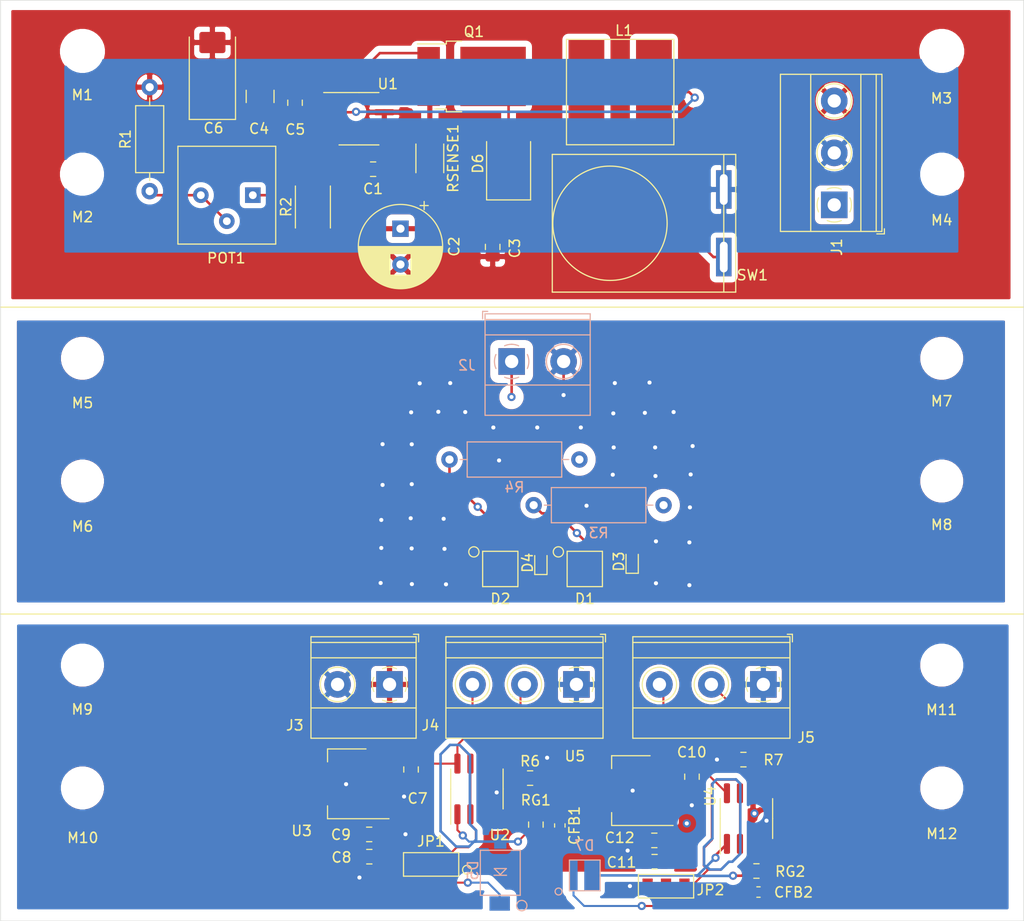
<source format=kicad_pcb>
(kicad_pcb (version 20171130) (host pcbnew "(5.1.5)-3")
  (layers (0 F.Cu signal) (1 In1.Cu signal) (2 In2.Cu signal) (31 B.Cu signal) (34 B.Paste user) (35 F.Paste user) (36 B.SilkS user) (37 F.SilkS user) (38 B.Mask user) (39 F.Mask user) (44 Edge.Cuts user))
  (net 0 "")
  (net 1 "Net-(C1-Pad2)")
  (net 2 GND)
  (net 3 HV_OUT)
  (net 4 +5VA)
  (net 5 GNDD)
  (net 6 +5VD)
  (net 7 VREF_FLU)
  (net 8 "Net-(D1-Pad2)")
  (net 9 GNDA)
  (net 10 "Net-(D2-Pad2)")
  (net 11 "Net-(D6-Pad2)")
  (net 12 VOUT_FLU)
  (net 13 "Net-(POT1-Pad2)")
  (net 14 HV_FEEDBACK)
  (net 15 "Net-(Q1-Pad1)")
  (net 16 "Net-(D5-Pad1)")
  (net 17 "Net-(D7-Pad1)")
  (net 18 VOUT_ABS)
  (net 19 "Net-(C4-Pad1)")
  (net 20 +8VAC)
  (net 21 VREF_ABS)
  (net 22 "Net-(Q1-Pad3)")
  (net 23 "Net-(CFB1-Pad2)")
  (net 24 "Net-(CFB2-Pad2)")
  (module Resistor_THT:R_Axial_DIN0309_L9.0mm_D3.2mm_P12.70mm_Horizontal (layer B.Cu) (at 143.88084 104.89438)
    (fp_text reference R4 (at 6.35 2.72) (layer B.SilkS) (effects (justify mirror)))
    (fp_text value 80)
    (pad 2 thru_hole oval (at 12.7 0) (size 1.6 1.6) (drill 0.8) (layers *.Cu *.Mask) (net 20 +8VAC))
    (pad 1 thru_hole circle (at 0 0) (size 1.6 1.6) (drill 0.8) (layers *.Cu *.Mask) (net 10 "Net-(D2-Pad2)"))
  )
  (module Resistor_THT:R_Axial_DIN0309_L9.0mm_D3.2mm_P12.70mm_Horizontal (layer B.Cu) (at 152.1079 109.35716)
    (fp_text reference R3 (at 6.35 2.72) (layer B.SilkS) (effects (justify mirror)))
    (fp_text value 80)
    (pad 2 thru_hole oval (at 12.7 0) (size 1.6 1.6) (drill 0.8) (layers *.Cu *.Mask) (net 20 +8VAC))
    (pad 1 thru_hole circle (at 0 0) (size 1.6 1.6) (drill 0.8) (layers *.Cu *.Mask) (net 8 "Net-(D1-Pad2)"))
  )
  (module DMF:GUVB-S31GD-3535 (layer B.Cu) (at 157.105 145.55)
    (fp_text reference D7 (at -0.02794 -2.91846) (layer B.SilkS) (effects (justify mirror)))
    (fp_text value GUVB-UV)
    (pad 2 smd rect (at 0.7 0) (size 1.5 3) (layers B.Cu B.Paste B.Mask) (net 24 "Net-(CFB2-Pad2)"))
    (pad 1 smd rect (at -1.1 0) (size 0.8 3) (layers B.Cu B.Paste B.Mask) (net 17 "Net-(D7-Pad1)"))
  )
  (module DMF:Solder_Bridge_3_POS (layer F.Cu) (at 165.04666 146.6088 180)
    (fp_text reference JP2 (at -4.35102 -0.37084) (layer F.SilkS))
    (fp_text value Solder_Bridge_3_POS)
    (pad 3 smd rect (at 1.8 0 180) (size 1 1.5) (layers F.Cu F.Paste F.Mask) (net 5 GNDD))
    (pad 2 smd rect (at 0 0 180) (size 1 1.5) (layers F.Cu F.Paste F.Mask) (net 17 "Net-(D7-Pad1)"))
    (pad 1 smd rect (at -1.8 0 180) (size 1 1.5) (layers F.Cu F.Paste F.Mask) (net 21 VREF_ABS))
  )
  (module DMF:Solder_Bridge_3_POS (layer F.Cu) (at 142.08506 144.47774 180)
    (fp_text reference JP1 (at 0.01778 2.25806) (layer F.SilkS))
    (fp_text value Solder_Bridge_3_POS)
    (pad 3 smd rect (at 1.8 0 180) (size 1 1.5) (layers F.Cu F.Paste F.Mask) (net 5 GNDD))
    (pad 2 smd rect (at 0 0 180) (size 1 1.5) (layers F.Cu F.Paste F.Mask) (net 16 "Net-(D5-Pad1)"))
    (pad 1 smd rect (at -1.8 0 180) (size 1 1.5) (layers F.Cu F.Paste F.Mask) (net 7 VREF_FLU))
  )
  (module Capacitor_SMD:C_0603_1608Metric (layer F.Cu) (at 174.0861 147.17776 180)
    (fp_text reference CFB2 (at -3.42636 -0.0254) (layer F.SilkS))
    (fp_text value 12pF)
    (pad 2 smd roundrect (at 0.7875 0 180) (size 0.875 0.95) (layers F.Cu F.Paste F.Mask) (net 24 "Net-(CFB2-Pad2)"))
    (pad 1 smd roundrect (at -0.7875 0 180) (size 0.875 0.95) (layers F.Cu F.Paste F.Mask) (net 18 VOUT_ABS))
  )
  (module Capacitor_SMD:C_0603_1608Metric (layer F.Cu) (at 154.66568 140.66764 270)
    (fp_text reference CFB1 (at 0 -1.43 90) (layer F.SilkS))
    (fp_text value 12pF)
    (pad 2 smd roundrect (at 0.7875 0 270) (size 0.875 0.95) (layers F.Cu F.Paste F.Mask) (net 23 "Net-(CFB1-Pad2)"))
    (pad 1 smd roundrect (at -0.7875 0 270) (size 0.875 0.95) (layers F.Cu F.Paste F.Mask) (net 12 VOUT_FLU))
  )
  (module Package_TO_SOT_SMD:TO-252-3_TabPin2 (layer F.Cu) (at 146.04182 67.4487)
    (fp_text reference Q1 (at 0.22688 -4.37488) (layer F.SilkS))
    (fp_text value TK560P60Y,RQ)
    (pad 2 smd rect (at 2.1 0) (size 6.4 5.8) (layers F.Cu F.Mask) (net 11 "Net-(D6-Pad2)"))
    (pad 3 smd rect (at -4.2 2.28) (size 2.2 1.2) (layers F.Cu F.Paste F.Mask) (net 22 "Net-(Q1-Pad3)"))
    (pad 2 smd rect (at -4.2 0) (size 2.2 1.2) (layers F.Cu F.Paste F.Mask) (net 11 "Net-(D6-Pad2)"))
    (pad 1 smd rect (at -4.2 -2.28) (size 2.2 1.2) (layers F.Cu F.Paste F.Mask) (net 15 "Net-(Q1-Pad1)"))
  )
  (module Package_SO:SOIC-8_3.9x4.9mm_P1.27mm (layer F.Cu) (at 146.56054 137.09904 90)
    (fp_text reference U2 (at -4.49326 2.23774 180) (layer F.SilkS))
    (fp_text value LMP7721)
    (pad 8 smd roundrect (at 2.475 -1.905 90) (size 1.95 0.6) (layers F.Cu F.Paste F.Mask) (net 7 VREF_FLU))
    (pad 7 smd roundrect (at 2.475 -0.635 90) (size 1.95 0.6) (layers F.Cu F.Paste F.Mask) (net 7 VREF_FLU))
    (pad 6 smd roundrect (at 2.475 0.635 90) (size 1.95 0.6) (layers F.Cu F.Paste F.Mask) (net 6 +5VD))
    (pad 5 smd roundrect (at 2.475 1.905 90) (size 1.95 0.6) (layers F.Cu F.Paste F.Mask))
    (pad 4 smd roundrect (at -2.475 1.905 90) (size 1.95 0.6) (layers F.Cu F.Paste F.Mask) (net 12 VOUT_FLU))
    (pad 3 smd roundrect (at -2.475 0.635 90) (size 1.95 0.6) (layers F.Cu F.Paste F.Mask) (net 5 GNDD))
    (pad 2 smd roundrect (at -2.475 -0.635 90) (size 1.95 0.6) (layers F.Cu F.Paste F.Mask) (net 7 VREF_FLU))
    (pad 1 smd roundrect (at -2.475 -1.905 90) (size 1.95 0.6) (layers F.Cu F.Paste F.Mask) (net 23 "Net-(CFB1-Pad2)"))
  )
  (module DMF:SFH_2440_Osram_PD (layer B.Cu) (at 148.845 145.295 90)
    (fp_text reference D5 (at 0.23552 -2.66554 90) (layer B.SilkS) (effects (justify mirror)))
    (fp_text value SFH2440)
    (pad 1 smd rect (at -3.00482 -0.05588 90) (size 1.4 2) (layers B.Cu B.Paste B.Mask) (net 16 "Net-(D5-Pad1)"))
    (pad 2 smd rect (at 3.05 0 90) (size 1.4 1.2) (layers B.Cu B.Paste B.Mask) (net 23 "Net-(CFB1-Pad2)"))
  )
  (module MountingHole:MountingHole_3.2mm_M3 (layer F.Cu) (at 108 137)
    (fp_text reference M10 (at 0.03128 4.8717) (layer F.SilkS))
    (fp_text value MountingHole_3.2mm_M3)
    (pad 1 np_thru_hole circle (at 0 0) (size 3.2 3.2) (drill 3.2) (layers *.Cu *.Mask))
  )
  (module MountingHole:MountingHole_3.2mm_M3 (layer F.Cu) (at 108 125)
    (fp_text reference M9 (at -0.01698 4.31902) (layer F.SilkS))
    (fp_text value MountingHole_3.2mm_M3)
    (pad 1 np_thru_hole circle (at 0 0) (size 3.2 3.2) (drill 3.2) (layers *.Cu *.Mask))
  )
  (module MountingHole:MountingHole_3.2mm_M3 (layer F.Cu) (at 192 125)
    (fp_text reference M11 (at -0.00648 4.36474) (layer F.SilkS))
    (fp_text value MountingHole_3.2mm_M3)
    (pad 1 np_thru_hole circle (at 0 0) (size 3.2 3.2) (drill 3.2) (layers *.Cu *.Mask))
  )
  (module MountingHole:MountingHole_3.2mm_M3 (layer F.Cu) (at 192 137)
    (fp_text reference M12 (at 0.0113 4.478) (layer F.SilkS))
    (fp_text value MountingHole_3.2mm_M3)
    (pad 1 np_thru_hole circle (at 0 0) (size 3.2 3.2) (drill 3.2) (layers *.Cu *.Mask))
  )
  (module MountingHole:MountingHole_3.2mm_M3 (layer F.Cu) (at 192 77)
    (fp_text reference M4 (at 0.00368 4.50352) (layer F.SilkS))
    (fp_text value MountingHole_3.2mm_M3)
    (pad 1 np_thru_hole circle (at 0 0) (size 3.2 3.2) (drill 3.2) (layers *.Cu *.Mask))
  )
  (module MountingHole:MountingHole_3.2mm_M3 (layer F.Cu) (at 108 65)
    (fp_text reference M1 (at -0.01444 4.25818) (layer F.SilkS))
    (fp_text value MountingHole_3.2mm_M3)
    (pad 1 np_thru_hole circle (at 0 0) (size 3.2 3.2) (drill 3.2) (layers *.Cu *.Mask))
  )
  (module MountingHole:MountingHole_3.2mm_M3 (layer F.Cu) (at 192 65)
    (fp_text reference M3 (at -0.02426 4.59092) (layer F.SilkS))
    (fp_text value MountingHole_3.2mm_M3)
    (pad 1 np_thru_hole circle (at 0 0) (size 3.2 3.2) (drill 3.2) (layers *.Cu *.Mask))
  )
  (module MountingHole:MountingHole_3.2mm_M3 (layer F.Cu) (at 108 77)
    (fp_text reference M2 (at 0.00588 4.1911) (layer F.SilkS))
    (fp_text value MountingHole_3.2mm_M3)
    (pad 1 np_thru_hole circle (at 0 0) (size 3.2 3.2) (drill 3.2) (layers *.Cu *.Mask))
  )
  (module Diode_SMD:D_SMB (layer F.Cu) (at 149.6568 75.96748 90)
    (fp_text reference D6 (at 0 -3 90) (layer F.SilkS))
    (fp_text value MBRS1100T3G)
    (pad 2 smd rect (at 2.15 0 90) (size 2.5 2.3) (layers F.Cu F.Paste F.Mask) (net 11 "Net-(D6-Pad2)"))
    (pad 1 smd rect (at -2.15 0 90) (size 2.5 2.3) (layers F.Cu F.Paste F.Mask) (net 3 HV_OUT))
  )
  (module MountingHole:MountingHole_3.2mm_M3 (layer F.Cu) (at 192 107)
    (fp_text reference M8 (at -0.00648 4.27232) (layer F.SilkS))
    (fp_text value MountingHole_3.2mm_M3)
    (pad 1 np_thru_hole circle (at 0 0) (size 3.2 3.2) (drill 3.2) (layers *.Cu *.Mask))
  )
  (module MountingHole:MountingHole_3.2mm_M3 (layer F.Cu) (at 192 95)
    (fp_text reference M7 (at -0.00902 4.19208) (layer F.SilkS))
    (fp_text value MountingHole_3.2mm_M3)
    (pad "" np_thru_hole circle (at 0 0) (size 3.2 3.2) (drill 3.2) (layers *.Cu *.Mask))
  )
  (module MountingHole:MountingHole_3.2mm_M3 (layer F.Cu) (at 108 107)
    (fp_text reference M6 (at 0.0135 4.43996) (layer F.SilkS))
    (fp_text value MountingHole_3.2mm_M3)
    (pad 1 np_thru_hole circle (at 0 0) (size 3.2 3.2) (drill 3.2) (layers *.Cu *.Mask))
  )
  (module MountingHole:MountingHole_3.2mm_M3 (layer F.Cu) (at 108 95)
    (fp_text reference M5 (at 0.00588 4.37166) (layer F.SilkS))
    (fp_text value MountingHole_3.2mm_M3)
    (pad 1 np_thru_hole circle (at 0 0) (size 3.2 3.2) (drill 3.2) (layers *.Cu *.Mask))
  )
  (module DMF:LPTL-G35UV (layer F.Cu) (at 148.845 115.595)
    (fp_text reference D2 (at 0.01524 2.91846) (layer F.SilkS))
    (fp_text value LED)
    (pad 2 smd rect (at 0.915 0) (size 1.33 3.15) (layers F.Cu F.Paste F.Mask) (net 10 "Net-(D2-Pad2)"))
    (pad 1 smd rect (at -0.915 0) (size 1.33 3.15) (layers F.Cu F.Paste F.Mask) (net 9 GNDA))
  )
  (module DMF:LPTL-G35UV (layer F.Cu) (at 157.105 115.595)
    (fp_text reference D1 (at 0.01524 2.91846) (layer F.SilkS))
    (fp_text value LED)
    (pad 2 smd rect (at 0.915 0) (size 1.33 3.15) (layers F.Cu F.Paste F.Mask) (net 8 "Net-(D1-Pad2)"))
    (pad 1 smd rect (at -0.915 0) (size 1.33 3.15) (layers F.Cu F.Paste F.Mask) (net 9 GNDA))
  )
  (module DMF:SRN1060-101M (layer F.Cu) (at 160.56556 68.9737 180)
    (fp_text reference L1 (at -0.38408 6.01472) (layer F.SilkS))
    (fp_text value 100uH)
    (pad 2 smd rect (at 3.3 0 180) (size 3.5 10.2) (layers F.Cu F.Paste F.Mask) (net 11 "Net-(D6-Pad2)"))
    (pad 1 smd rect (at -3.3 0 180) (size 3.5 10.2) (layers F.Cu F.Paste F.Mask) (net 19 "Net-(C4-Pad1)"))
  )
  (module Resistor_SMD:R_0805_2012Metric (layer F.Cu) (at 173.8861 145.12036 180)
    (fp_text reference RG2 (at -3.30176 -0.0508) (layer F.SilkS))
    (fp_text value 5k)
    (pad 2 smd roundrect (at 0.9375 0 180) (size 0.975 1.4) (layers F.Cu F.Paste F.Mask) (net 24 "Net-(CFB2-Pad2)"))
    (pad 1 smd roundrect (at -0.9375 0 180) (size 0.975 1.4) (layers F.Cu F.Paste F.Mask) (net 18 VOUT_ABS))
  )
  (module Resistor_SMD:R_0805_2012Metric (layer F.Cu) (at 152.3238 140.58392 270)
    (fp_text reference RG1 (at -2.38482 0.00762 180) (layer F.SilkS))
    (fp_text value 5k)
    (pad 2 smd roundrect (at 0.9375 0 270) (size 0.975 1.4) (layers F.Cu F.Paste F.Mask) (net 23 "Net-(CFB1-Pad2)"))
    (pad 1 smd roundrect (at -0.9375 0 270) (size 0.975 1.4) (layers F.Cu F.Paste F.Mask) (net 12 VOUT_FLU))
  )
  (module Resistor_SMD:R_0805_2012Metric (layer F.Cu) (at 172.61332 134.23138 180)
    (fp_text reference R7 (at -2.93624 -0.03302) (layer F.SilkS))
    (fp_text value 10k)
    (pad 2 smd roundrect (at 0.9375 0 180) (size 0.975 1.4) (layers F.Cu F.Paste F.Mask) (net 5 GNDD))
    (pad 1 smd roundrect (at -0.9375 0 180) (size 0.975 1.4) (layers F.Cu F.Paste F.Mask) (net 18 VOUT_ABS))
  )
  (module Resistor_SMD:R_0805_2012Metric (layer F.Cu) (at 151.76016 136.03732)
    (fp_text reference R6 (at 0 -1.65) (layer F.SilkS))
    (fp_text value 10k)
    (pad 2 smd roundrect (at 0.9375 0) (size 0.975 1.4) (layers F.Cu F.Paste F.Mask) (net 5 GNDD))
    (pad 1 smd roundrect (at -0.9375 0) (size 0.975 1.4) (layers F.Cu F.Paste F.Mask) (net 12 VOUT_FLU))
  )
  (module Resistor_SMD:R_0805_2012Metric (layer F.Cu) (at 163.90342 142.12824)
    (fp_text reference C12 (at -3.38558 -0.25908) (layer F.SilkS))
    (fp_text value 0.1uF)
    (pad 2 smd roundrect (at 0.9375 0) (size 0.975 1.4) (layers F.Cu F.Paste F.Mask) (net 6 +5VD))
    (pad 1 smd roundrect (at -0.9375 0) (size 0.975 1.4) (layers F.Cu F.Paste F.Mask) (net 5 GNDD))
  )
  (module Capacitor_SMD:C_0805_2012Metric (layer F.Cu) (at 136.0297 141.54404)
    (fp_text reference C9 (at -2.76098 0.02794) (layer F.SilkS))
    (fp_text value 0.1uF)
    (pad 2 smd roundrect (at 0.9375 0) (size 0.975 1.4) (layers F.Cu F.Paste F.Mask) (net 6 +5VD))
    (pad 1 smd roundrect (at -0.9375 0) (size 0.975 1.4) (layers F.Cu F.Paste F.Mask) (net 5 GNDD))
  )
  (module Capacitor_SMD:C_0805_2012Metric (layer F.Cu) (at 163.92882 144.21104)
    (fp_text reference C11 (at -3.2281 0.06096) (layer F.SilkS))
    (fp_text value "10uF 16V")
    (pad 2 smd roundrect (at 0.9375 0) (size 0.975 1.4) (layers F.Cu F.Paste F.Mask) (net 6 +5VD))
    (pad 1 smd roundrect (at -0.9375 0) (size 0.975 1.4) (layers F.Cu F.Paste F.Mask) (net 5 GNDD))
  )
  (module Capacitor_SMD:C_0805_2012Metric (layer F.Cu) (at 167.58412 135.9027 90)
    (fp_text reference C10 (at 2.39522 -0.01778) (layer F.SilkS))
    (fp_text value "10uF 16V")
    (pad 2 smd roundrect (at 0.9375 0 90) (size 0.975 1.4) (layers F.Cu F.Paste F.Mask) (net 21 VREF_ABS))
    (pad 1 smd roundrect (at -0.9375 0 90) (size 0.975 1.4) (layers F.Cu F.Paste F.Mask) (net 5 GNDD))
  )
  (module Capacitor_SMD:C_0805_2012Metric (layer F.Cu) (at 136.0424 143.72082)
    (fp_text reference C8 (at -2.72034 0.06858) (layer F.SilkS))
    (fp_text value "10uF 16V")
    (pad 2 smd roundrect (at 0.9375 0) (size 0.975 1.4) (layers F.Cu F.Paste F.Mask) (net 6 +5VD))
    (pad 1 smd roundrect (at -0.9375 0) (size 0.975 1.4) (layers F.Cu F.Paste F.Mask) (net 5 GNDD))
  )
  (module Capacitor_SMD:C_0805_2012Metric (layer F.Cu) (at 140.12164 135.19658 90)
    (fp_text reference C7 (at -2.8321 0.64008 180) (layer F.SilkS))
    (fp_text value "10uF, 16V")
    (pad 2 smd roundrect (at 0.9375 0 90) (size 0.975 1.4) (layers F.Cu F.Paste F.Mask) (net 7 VREF_FLU))
    (pad 1 smd roundrect (at -0.9375 0 90) (size 0.975 1.4) (layers F.Cu F.Paste F.Mask) (net 5 GNDD))
  )
  (module Capacitor_Tantalum_SMD:CP_EIA-7343-30_AVX-N (layer F.Cu) (at 120.70334 67.24258 90)
    (fp_text reference C6 (at -5.26134 0.10922 180) (layer F.SilkS))
    (fp_text value "100uF, 16V")
    (pad 2 smd roundrect (at 3.1125 0 90) (size 2.075 2.55) (layers F.Cu F.Paste F.Mask) (roundrect_rratio 0.120482) (net 2 GND))
    (pad 1 smd roundrect (at -3.1125 0 90) (size 2.075 2.55) (layers F.Cu F.Paste F.Mask) (roundrect_rratio 0.120482) (net 19 "Net-(C4-Pad1)"))
  )
  (module Capacitor_SMD:C_0805_2012Metric (layer F.Cu) (at 128.78054 70.01994 270)
    (fp_text reference C5 (at 2.6139 -0.01524 180) (layer F.SilkS))
    (fp_text value 100nF)
    (pad 2 smd roundrect (at 0.9375 0 270) (size 0.975 1.4) (layers F.Cu F.Paste F.Mask) (net 19 "Net-(C4-Pad1)"))
    (pad 1 smd roundrect (at -0.9375 0 270) (size 0.975 1.4) (layers F.Cu F.Paste F.Mask) (net 2 GND))
  )
  (module Capacitor_SMD:C_1210_3225Metric (layer F.Cu) (at 125.36678 69.39996 90)
    (fp_text reference C4 (at -3.16022 -0.10668 180) (layer F.SilkS))
    (fp_text value "10uF, 25V")
    (pad 2 smd roundrect (at 1.4 0 90) (size 1.25 2.65) (layers F.Cu F.Paste F.Mask) (roundrect_rratio 0.2) (net 2 GND))
    (pad 1 smd roundrect (at -1.4 0 90) (size 1.25 2.65) (layers F.Cu F.Paste F.Mask) (roundrect_rratio 0.2) (net 19 "Net-(C4-Pad1)"))
  )
  (module Capacitor_SMD:C_0805_2012Metric (layer F.Cu) (at 148.10232 84.11464 90)
    (fp_text reference C3 (at -0.127 2.16154 90) (layer F.SilkS))
    (fp_text value "100nF, 250V")
    (pad 2 smd roundrect (at 0.9375 0 90) (size 0.975 1.4) (layers F.Cu F.Paste F.Mask) (net 3 HV_OUT))
    (pad 1 smd roundrect (at -0.9375 0 90) (size 0.975 1.4) (layers F.Cu F.Paste F.Mask) (net 2 GND))
  )
  (module Capacitor_SMD:C_0805_2012Metric (layer F.Cu) (at 136.41554 76.51496)
    (fp_text reference C1 (at -0.00532 1.92278) (layer F.SilkS))
    (fp_text value 100nF)
    (pad 2 smd roundrect (at 0.9375 0) (size 0.975 1.4) (layers F.Cu F.Paste F.Mask) (net 1 "Net-(C1-Pad2)"))
    (pad 1 smd roundrect (at -0.9375 0) (size 0.975 1.4) (layers F.Cu F.Paste F.Mask) (net 2 GND))
  )
  (module TerminalBlock_Phoenix:TerminalBlock_Phoenix_MKDS-1,5-2-5.08_1x02_P5.08mm_Horizontal (layer F.Cu) (at 138.01852 126.88062 180)
    (fp_text reference J3 (at 9.2583 -3.99796) (layer F.SilkS))
    (fp_text value Conn_01x02)
    (pad 2 thru_hole circle (at 5.08 0 180) (size 2.6 2.6) (drill 1.3) (layers *.Cu *.Mask) (net 5 GNDD))
    (pad 1 thru_hole rect (at 0 0 180) (size 2.6 2.6) (drill 1.3) (layers *.Cu *.Mask) (net 6 +5VD))
  )
  (module Package_SO:SOIC-8_3.9x4.9mm_P1.27mm (layer F.Cu) (at 135.03148 71.58228)
    (fp_text reference U1 (at 2.82194 -3.40106) (layer F.SilkS))
    (fp_text value MAX771EPA)
    (pad 8 smd roundrect (at 2.475 -1.905) (size 1.95 0.6) (layers F.Cu F.Paste F.Mask) (net 22 "Net-(Q1-Pad3)"))
    (pad 7 smd roundrect (at 2.475 -0.635) (size 1.95 0.6) (layers F.Cu F.Paste F.Mask) (net 2 GND))
    (pad 6 smd roundrect (at 2.475 0.635) (size 1.95 0.6) (layers F.Cu F.Paste F.Mask) (net 2 GND))
    (pad 5 smd roundrect (at 2.475 1.905) (size 1.95 0.6) (layers F.Cu F.Paste F.Mask) (net 1 "Net-(C1-Pad2)"))
    (pad 4 smd roundrect (at -2.475 1.905) (size 1.95 0.6) (layers F.Cu F.Paste F.Mask) (net 2 GND))
    (pad 3 smd roundrect (at -2.475 0.635) (size 1.95 0.6) (layers F.Cu F.Paste F.Mask) (net 14 HV_FEEDBACK))
    (pad 2 smd roundrect (at -2.475 -0.635) (size 1.95 0.6) (layers F.Cu F.Paste F.Mask) (net 19 "Net-(C4-Pad1)"))
    (pad 1 smd roundrect (at -2.475 -1.905) (size 1.95 0.6) (layers F.Cu F.Paste F.Mask) (net 15 "Net-(Q1-Pad1)"))
  )
  (module Diode_SMD:D_SOD-523 (layer F.Cu) (at 152.81402 114.9858 90)
    (fp_text reference D4 (at 0 -1.3 270) (layer F.SilkS))
    (fp_text value SCHOTTKY)
    (pad 1 smd rect (at -0.7 0 270) (size 0.6 0.7) (layers F.Cu F.Paste F.Mask) (net 10 "Net-(D2-Pad2)"))
    (pad 2 smd rect (at 0.7 0 270) (size 0.6 0.7) (layers F.Cu F.Paste F.Mask) (net 9 GNDA))
  )
  (module Diode_SMD:D_SOD-523 (layer F.Cu) (at 161.73704 114.86538 90)
    (fp_text reference D3 (at 0 -1.3 270) (layer F.SilkS))
    (fp_text value SCHOTTKY)
    (pad 1 smd rect (at -0.7 0 270) (size 0.6 0.7) (layers F.Cu F.Paste F.Mask) (net 8 "Net-(D1-Pad2)"))
    (pad 2 smd rect (at 0.7 0 270) (size 0.6 0.7) (layers F.Cu F.Paste F.Mask) (net 9 GNDA))
  )
  (module TerminalBlock_Phoenix:TerminalBlock_Phoenix_MKDS-1,5-3-5.08_1x03_P5.08mm_Horizontal (layer F.Cu) (at 181.49316 80 90)
    (fp_text reference J1 (at -4.1248 0.24638 90) (layer F.SilkS))
    (fp_text value Conn_01x03)
    (pad 3 thru_hole circle (at 10.16 0 90) (size 2.6 2.6) (drill 1.3) (layers *.Cu *.Mask) (net 2 GND))
    (pad 2 thru_hole circle (at 5.08 0 90) (size 2.6 2.6) (drill 1.3) (layers *.Cu *.Mask) (net 4 +5VA))
    (pad 1 thru_hole rect (at 0 0 90) (size 2.6 2.6) (drill 1.3) (layers *.Cu *.Mask) (net 3 HV_OUT))
  )
  (module DMF:Switch_Btn_SPST (layer F.Cu) (at 162.31108 81.8007)
    (fp_text reference SW1 (at 11.18362 5.06984) (layer F.SilkS))
    (fp_text value SW_SPST)
    (pad 2 thru_hole rect (at 8.382 3.302) (size 1.524 3.762) (drill oval 0.762 3) (layers *.Cu *.Mask) (net 19 "Net-(C4-Pad1)"))
    (pad 1 thru_hole rect (at 8.382 -3.302) (size 1.524 3.762) (drill oval 0.762 3) (layers *.Cu *.Mask) (net 4 +5VA))
  )
  (module TerminalBlock_Phoenix:TerminalBlock_Phoenix_MKDS-1,5-3-5.08_1x03_P5.08mm_Horizontal (layer F.Cu) (at 174.5615 126.88062 180)
    (fp_text reference J5 (at -4.18084 -5.18922) (layer F.SilkS))
    (fp_text value Conn_01x03)
    (pad 3 thru_hole circle (at 10.16 0 180) (size 2.6 2.6) (drill 1.3) (layers *.Cu *.Mask) (net 21 VREF_ABS))
    (pad 2 thru_hole circle (at 5.08 0 180) (size 2.6 2.6) (drill 1.3) (layers *.Cu *.Mask) (net 18 VOUT_ABS))
    (pad 1 thru_hole rect (at 0 0 180) (size 2.6 2.6) (drill 1.3) (layers *.Cu *.Mask) (net 5 GNDD))
  )
  (module TerminalBlock_Phoenix:TerminalBlock_Phoenix_MKDS-1,5-3-5.08_1x03_P5.08mm_Horizontal (layer F.Cu) (at 156.29001 126.88062 180)
    (fp_text reference J4 (at 14.27226 -4.0005) (layer F.SilkS))
    (fp_text value Conn_01x03)
    (pad 3 thru_hole circle (at 10.16 0 180) (size 2.6 2.6) (drill 1.3) (layers *.Cu *.Mask) (net 7 VREF_FLU))
    (pad 2 thru_hole circle (at 5.08 0 180) (size 2.6 2.6) (drill 1.3) (layers *.Cu *.Mask) (net 12 VOUT_FLU))
    (pad 1 thru_hole rect (at 0 0 180) (size 2.6 2.6) (drill 1.3) (layers *.Cu *.Mask) (net 5 GNDD))
  )
  (module TerminalBlock_Phoenix:TerminalBlock_Phoenix_MKDS-1,5-2-5.08_1x02_P5.08mm_Horizontal (layer B.Cu) (at 149.95652 95.3135)
    (fp_text reference J2 (at -4.3818 0.37084) (layer B.SilkS) (effects (justify mirror)))
    (fp_text value Conn_01x02)
    (pad 2 thru_hole circle (at 5.08 0) (size 2.6 2.6) (drill 1.3) (layers *.Cu *.Mask) (net 9 GNDA))
    (pad 1 thru_hole rect (at 0 0) (size 2.6 2.6) (drill 1.3) (layers *.Cu *.Mask) (net 20 +8VAC))
  )
  (module Package_TO_SOT_SMD:SOT-223-3_TabPin2 (layer F.Cu) (at 161.64052 137.25906 180)
    (fp_text reference U5 (at 5.4991 3.36296) (layer F.SilkS))
    (fp_text value LT1963AxST-1.8)
    (pad 1 smd rect (at -3.15 -2.3 180) (size 2 1.5) (layers F.Cu F.Paste F.Mask) (net 6 +5VD))
    (pad 3 smd rect (at -3.15 2.3 180) (size 2 1.5) (layers F.Cu F.Paste F.Mask) (net 21 VREF_ABS))
    (pad 2 smd rect (at -3.15 0 180) (size 2 1.5) (layers F.Cu F.Paste F.Mask) (net 5 GNDD))
    (pad 2 smd rect (at 3.15 0 180) (size 2 3.8) (layers F.Cu F.Paste F.Mask) (net 5 GNDD))
  )
  (module Package_SO:SOIC-8_3.9x4.9mm_P1.27mm (layer F.Cu) (at 172.90796 139.99464 90)
    (fp_text reference U4 (at 2.19352 -3.53314 90) (layer F.SilkS))
    (fp_text value LMP7721)
    (pad 8 smd roundrect (at 2.475 -1.905 90) (size 1.95 0.6) (layers F.Cu F.Paste F.Mask) (net 21 VREF_ABS))
    (pad 7 smd roundrect (at 2.475 -0.635 90) (size 1.95 0.6) (layers F.Cu F.Paste F.Mask) (net 21 VREF_ABS))
    (pad 6 smd roundrect (at 2.475 0.635 90) (size 1.95 0.6) (layers F.Cu F.Paste F.Mask) (net 6 +5VD))
    (pad 5 smd roundrect (at 2.475 1.905 90) (size 1.95 0.6) (layers F.Cu F.Paste F.Mask))
    (pad 4 smd roundrect (at -2.475 1.905 90) (size 1.95 0.6) (layers F.Cu F.Paste F.Mask) (net 18 VOUT_ABS))
    (pad 3 smd roundrect (at -2.475 0.635 90) (size 1.95 0.6) (layers F.Cu F.Paste F.Mask) (net 5 GNDD))
    (pad 2 smd roundrect (at -2.475 -0.635 90) (size 1.95 0.6) (layers F.Cu F.Paste F.Mask) (net 21 VREF_ABS))
    (pad 1 smd roundrect (at -2.475 -1.905 90) (size 1.95 0.6) (layers F.Cu F.Paste F.Mask) (net 24 "Net-(CFB2-Pad2)"))
  )
  (module Package_TO_SOT_SMD:SOT-223-3_TabPin2 (layer F.Cu) (at 133.86776 136.59742 180)
    (fp_text reference U3 (at 4.43698 -4.59864) (layer F.SilkS))
    (fp_text value LT1963AxST-1.8)
    (pad 1 smd rect (at -3.15 -2.3 180) (size 2 1.5) (layers F.Cu F.Paste F.Mask) (net 6 +5VD))
    (pad 3 smd rect (at -3.15 2.3 180) (size 2 1.5) (layers F.Cu F.Paste F.Mask) (net 7 VREF_FLU))
    (pad 2 smd rect (at -3.15 0 180) (size 2 1.5) (layers F.Cu F.Paste F.Mask) (net 5 GNDD))
    (pad 2 smd rect (at 3.15 0 180) (size 2 3.8) (layers F.Cu F.Paste F.Mask) (net 5 GNDD))
  )
  (module Resistor_SMD:R_2010_5025Metric (layer F.Cu) (at 141.95806 75.45622 270)
    (fp_text reference RSENSE1 (at 0 -2.28 90) (layer F.SilkS))
    (fp_text value "0.1 Ohm")
    (pad 2 smd roundrect (at 2.25 0 270) (size 1.35 2.65) (layers F.Cu F.Paste F.Mask) (roundrect_rratio 0.185185) (net 2 GND))
    (pad 1 smd roundrect (at -2.25 0 270) (size 1.35 2.65) (layers F.Cu F.Paste F.Mask) (roundrect_rratio 0.185185) (net 22 "Net-(Q1-Pad3)"))
  )
  (module Resistor_SMD:R_2512_6332Metric (layer F.Cu) (at 130.52806 80.20998 90)
    (fp_text reference R2 (at 0 -2.62 90) (layer F.SilkS))
    (fp_text value 1.5M)
    (pad 2 smd roundrect (at 2.9 0 90) (size 1.35 3.35) (layers F.Cu F.Paste F.Mask) (roundrect_rratio 0.185185) (net 14 HV_FEEDBACK))
    (pad 1 smd roundrect (at -2.9 0 90) (size 1.35 3.35) (layers F.Cu F.Paste F.Mask) (roundrect_rratio 0.185185) (net 3 HV_OUT))
  )
  (module Resistor_THT:R_Axial_DIN0207_L6.3mm_D2.5mm_P10.16mm_Horizontal (layer F.Cu) (at 114.57178 78.65872 90)
    (fp_text reference R1 (at 5.08 -2.37 90) (layer F.SilkS))
    (fp_text value 8k)
    (pad 2 thru_hole oval (at 10.16 0 90) (size 1.6 1.6) (drill 0.8) (layers *.Cu *.Mask) (net 2 GND))
    (pad 1 thru_hole circle (at 0 0 90) (size 1.6 1.6) (drill 0.8) (layers *.Cu *.Mask) (net 13 "Net-(POT1-Pad2)"))
  )
  (module DMF:3386P-1-502LF (layer F.Cu) (at 122.11304 79.05496)
    (fp_text reference POT1 (at -0.0508 6.15442) (layer F.SilkS))
    (fp_text value 5K)
    (pad 3 thru_hole circle (at -2.54 0) (size 1.524 1.524) (drill 0.762) (layers *.Cu *.Mask) (net 13 "Net-(POT1-Pad2)"))
    (pad 2 thru_hole circle (at 0 2.54) (size 1.524 1.524) (drill 0.762) (layers *.Cu *.Mask) (net 13 "Net-(POT1-Pad2)"))
    (pad 1 thru_hole rect (at 2.54 0) (size 1.524 1.524) (drill 0.762) (layers *.Cu *.Mask) (net 14 HV_FEEDBACK))
  )
  (module Capacitor_THT:CP_Radial_D8.0mm_P3.50mm (layer F.Cu) (at 139.08786 82.32902 270)
    (fp_text reference C2 (at 1.75 -5.25 90) (layer F.SilkS))
    (fp_text value "4.7uF, 250V")
    (pad 2 thru_hole circle (at 3.5 0 270) (size 1.6 1.6) (drill 0.8) (layers *.Cu *.Mask) (net 2 GND))
    (pad 1 thru_hole rect (at 0 0 270) (size 1.6 1.6) (drill 0.8) (layers *.Cu *.Mask) (net 3 HV_OUT))
  )
  (gr_line (start 100 90) (end 200 90) (layer F.SilkS) (width 0.12))
  (gr_line (start 100 120) (end 200 120) (layer F.SilkS) (width 0.12))
  (gr_line (start 100 60) (end 200 60) (layer Edge.Cuts) (width 0.05))
  (gr_line (start 200 150) (end 200 60) (layer Edge.Cuts) (width 0.05))
  (gr_line (start 100 150) (end 100 60) (layer Edge.Cuts) (width 0.05))
  (gr_line (start 100 150) (end 200 150) (layer Edge.Cuts) (width 0.05))
  (segment (start 137.35304 73.64072) (end 137.50648 73.48728) (width 0.25) (layer F.Cu) (net 1))
  (segment (start 137.35304 76.51496) (end 137.35304 73.64072) (width 0.25) (layer F.Cu) (net 1))
  (segment (start 148.10232 79.67196) (end 149.6568 78.11748) (width 0.5) (layer F.Cu) (net 3))
  (segment (start 148.10232 83.17714) (end 148.10232 79.67196) (width 0.5) (layer F.Cu) (net 3))
  (segment (start 147.2542 82.32902) (end 139.08786 82.32902) (width 0.5) (layer F.Cu) (net 3))
  (segment (start 148.10232 83.17714) (end 147.2542 82.32902) (width 0.5) (layer F.Cu) (net 3))
  (segment (start 131.30902 82.32902) (end 130.52806 83.10998) (width 0.5) (layer F.Cu) (net 3))
  (segment (start 139.08786 82.32902) (end 131.30902 82.32902) (width 0.5) (layer F.Cu) (net 3))
  (via (at 153.42362 134.0485) (size 0.8) (drill 0.4) (layers F.Cu B.Cu) (net 5))
  (segment (start 152.69766 136.03732) (end 152.69766 134.77446) (width 0.25) (layer F.Cu) (net 5))
  (segment (start 152.69766 134.77446) (end 153.42362 134.0485) (width 0.25) (layer F.Cu) (net 5))
  (via (at 133.77164 136.63168) (size 0.8) (drill 0.4) (layers F.Cu B.Cu) (net 5))
  (segment (start 130.71776 136.59742) (end 133.73738 136.59742) (width 0.25) (layer F.Cu) (net 5))
  (segment (start 133.73738 136.59742) (end 133.77164 136.63168) (width 0.25) (layer F.Cu) (net 5))
  (segment (start 136.9835 136.63168) (end 137.01776 136.59742) (width 0.25) (layer F.Cu) (net 5))
  (segment (start 133.77164 136.63168) (end 136.9835 136.63168) (width 0.25) (layer F.Cu) (net 5))
  (via (at 139.43838 137.84326) (size 0.8) (drill 0.4) (layers F.Cu B.Cu) (net 5))
  (segment (start 140.12164 136.13408) (end 140.12164 137.16) (width 0.25) (layer F.Cu) (net 5))
  (segment (start 140.12164 137.16) (end 139.43838 137.84326) (width 0.25) (layer F.Cu) (net 5))
  (segment (start 135.0922 143.70812) (end 135.1049 143.72082) (width 0.25) (layer F.Cu) (net 5))
  (segment (start 135.0922 141.54404) (end 135.0922 143.70812) (width 0.25) (layer F.Cu) (net 5))
  (via (at 135.0772 145.76044) (size 0.8) (drill 0.4) (layers F.Cu B.Cu) (net 5))
  (segment (start 135.1049 143.72082) (end 135.1049 145.73274) (width 0.25) (layer F.Cu) (net 5))
  (segment (start 135.1049 145.73274) (end 135.0772 145.76044) (width 0.25) (layer F.Cu) (net 5))
  (via (at 139.57808 141.52626) (size 0.8) (drill 0.4) (layers F.Cu B.Cu) (net 5))
  (segment (start 140.28506 144.47774) (end 140.28506 142.23324) (width 0.25) (layer F.Cu) (net 5))
  (segment (start 140.28506 142.23324) (end 139.57808 141.52626) (width 0.25) (layer F.Cu) (net 5))
  (segment (start 162.96592 144.18564) (end 162.99132 144.21104) (width 0.25) (layer F.Cu) (net 5))
  (segment (start 162.96592 142.12824) (end 162.96592 144.18564) (width 0.25) (layer F.Cu) (net 5))
  (via (at 161.7853 137.2616) (size 0.8) (drill 0.4) (layers F.Cu B.Cu) (net 5))
  (segment (start 158.49052 137.25906) (end 161.78276 137.25906) (width 0.25) (layer F.Cu) (net 5))
  (segment (start 161.78276 137.25906) (end 161.7853 137.2616) (width 0.25) (layer F.Cu) (net 5))
  (segment (start 164.78798 137.2616) (end 164.79052 137.25906) (width 0.25) (layer F.Cu) (net 5))
  (segment (start 161.7853 137.2616) (end 164.78798 137.2616) (width 0.25) (layer F.Cu) (net 5))
  (via (at 161.29762 143.12392) (size 0.8) (drill 0.4) (layers F.Cu B.Cu) (net 5))
  (segment (start 162.96592 142.12824) (end 162.2933 142.12824) (width 0.25) (layer F.Cu) (net 5))
  (segment (start 162.2933 142.12824) (end 161.29762 143.12392) (width 0.25) (layer F.Cu) (net 5))
  (segment (start 167.58412 136.8402) (end 167.58412 138.67638) (width 0.25) (layer F.Cu) (net 5))
  (via (at 167.56634 138.69416) (size 0.8) (drill 0.4) (layers F.Cu B.Cu) (net 5))
  (segment (start 167.58412 138.67638) (end 167.56634 138.69416) (width 0.25) (layer F.Cu) (net 5))
  (via (at 170.02506 134.2263) (size 0.8) (drill 0.4) (layers F.Cu B.Cu) (net 5))
  (segment (start 171.67582 134.23138) (end 170.03014 134.23138) (width 0.25) (layer F.Cu) (net 5))
  (segment (start 170.03014 134.23138) (end 170.02506 134.2263) (width 0.25) (layer F.Cu) (net 5))
  (via (at 161.5186 146.59356) (size 0.8) (drill 0.4) (layers F.Cu B.Cu) (net 5))
  (segment (start 163.24666 146.6088) (end 161.53384 146.6088) (width 0.25) (layer F.Cu) (net 5))
  (segment (start 161.53384 146.6088) (end 161.5186 146.59356) (width 0.25) (layer F.Cu) (net 5))
  (segment (start 174.79842 140.201016) (end 174.871151 140.201016) (width 0.25) (layer F.Cu) (net 5))
  (segment (start 173.54296 142.46964) (end 173.54296 141.456476) (width 0.25) (layer F.Cu) (net 5))
  (via (at 174.871151 140.201016) (size 0.8) (drill 0.4) (layers F.Cu B.Cu) (net 5))
  (segment (start 173.54296 141.456476) (end 174.79842 140.201016) (width 0.25) (layer F.Cu) (net 5))
  (via (at 148.49348 137.4394) (size 0.8) (drill 0.4) (layers F.Cu B.Cu) (net 5))
  (segment (start 148.317016 137.4394) (end 148.49348 137.4394) (width 0.25) (layer F.Cu) (net 5))
  (segment (start 147.19554 139.57404) (end 147.19554 138.560876) (width 0.25) (layer F.Cu) (net 5))
  (segment (start 147.19554 138.560876) (end 148.317016 137.4394) (width 0.25) (layer F.Cu) (net 5))
  (segment (start 173.60138 137.57806) (end 173.54296 137.51964) (width 0.25) (layer F.Cu) (net 6))
  (segment (start 165.30484 140.07338) (end 164.79052 139.55906) (width 0.25) (layer F.Cu) (net 6))
  (via (at 167.07612 140.46708) (size 0.8) (drill 0.4) (layers F.Cu B.Cu) (net 6))
  (segment (start 166.94854 140.46708) (end 167.07612 140.46708) (width 0.25) (layer F.Cu) (net 6))
  (segment (start 164.79052 139.55906) (end 166.04052 139.55906) (width 0.25) (layer F.Cu) (net 6))
  (segment (start 166.04052 139.55906) (end 166.94854 140.46708) (width 0.25) (layer F.Cu) (net 6))
  (via (at 173.69028 139.49172) (size 0.8) (drill 0.4) (layers F.Cu B.Cu) (net 6))
  (segment (start 173.69028 137.66696) (end 173.54296 137.51964) (width 0.25) (layer F.Cu) (net 6))
  (segment (start 173.69028 139.49172) (end 173.69028 137.66696) (width 0.25) (layer F.Cu) (net 6))
  (segment (start 147.22602 134.65452) (end 147.19554 134.62404) (width 0.25) (layer F.Cu) (net 6))
  (segment (start 144.65554 133.64904) (end 144.65554 134.62404) (width 0.2) (layer F.Cu) (net 7))
  (segment (start 137.03578 134.2794) (end 137.01776 134.29742) (width 0.2) (layer F.Cu) (net 7))
  (segment (start 137.0561 134.25908) (end 137.01776 134.29742) (width 0.2) (layer F.Cu) (net 7))
  (segment (start 140.12164 134.25908) (end 137.0561 134.25908) (width 0.2) (layer F.Cu) (net 7))
  (segment (start 144.35554 134.62404) (end 144.65554 134.62404) (width 0.2) (layer F.Cu) (net 7))
  (segment (start 140.82164 134.25908) (end 141.1866 134.62404) (width 0.2) (layer F.Cu) (net 7))
  (segment (start 140.12164 134.25908) (end 140.82164 134.25908) (width 0.2) (layer F.Cu) (net 7))
  (segment (start 145.92554 139.57404) (end 145.92554 134.62404) (width 0.2) (layer F.Cu) (net 7))
  (segment (start 145.92554 134.62404) (end 145.92554 133.89356) (width 0.2) (layer F.Cu) (net 7))
  (segment (start 144.83334 132.80136) (end 144.65554 132.80136) (width 0.2) (layer F.Cu) (net 7))
  (segment (start 145.92554 133.89356) (end 144.83334 132.80136) (width 0.2) (layer F.Cu) (net 7))
  (segment (start 144.65554 132.80136) (end 144.65554 133.64904) (width 0.2) (layer F.Cu) (net 7))
  (segment (start 144.65554 132.80136) (end 143.9291 132.80136) (width 0.2) (layer F.Cu) (net 7))
  (segment (start 143.9291 132.80136) (end 143.01216 133.7183) (width 0.2) (layer F.Cu) (net 7))
  (segment (start 141.1866 134.62404) (end 143.01216 134.62762) (width 0.2) (layer F.Cu) (net 7))
  (segment (start 143.01216 133.7183) (end 143.01216 134.62762) (width 0.2) (layer F.Cu) (net 7))
  (segment (start 143.01216 134.62762) (end 144.35554 134.62404) (width 0.2) (layer F.Cu) (net 7))
  (segment (start 143.88506 144.47774) (end 144.052418 144.47774) (width 0.2) (layer F.Cu) (net 7))
  (segment (start 143.01216 134.62762) (end 143.01216 141.22146) (width 0.2) (layer F.Cu) (net 7))
  (segment (start 143.01216 141.22146) (end 144.587631 142.796931) (width 0.2) (layer F.Cu) (net 7))
  (segment (start 143.88506 143.499502) (end 144.587631 142.796931) (width 0.2) (layer F.Cu) (net 7))
  (segment (start 143.88506 144.47774) (end 143.88506 143.499502) (width 0.2) (layer F.Cu) (net 7))
  (segment (start 145.733227 142.796931) (end 146.45894 142.071218) (width 0.2) (layer F.Cu) (net 7))
  (segment (start 145.92554 140.54904) (end 145.92554 139.57404) (width 0.2) (layer F.Cu) (net 7))
  (segment (start 146.45894 142.071218) (end 146.45894 141.085248) (width 0.2) (layer F.Cu) (net 7))
  (segment (start 146.45894 141.085248) (end 145.92554 140.551848) (width 0.2) (layer F.Cu) (net 7))
  (segment (start 144.587631 142.796931) (end 145.733227 142.796931) (width 0.2) (layer F.Cu) (net 7))
  (segment (start 145.92554 140.551848) (end 145.92554 140.54904) (width 0.2) (layer F.Cu) (net 7))
  (segment (start 146.13001 131.32689) (end 144.65554 132.80136) (width 0.2) (layer F.Cu) (net 7))
  (segment (start 146.13001 126.88062) (end 146.13001 131.32689) (width 0.2) (layer F.Cu) (net 7))
  (segment (start 158.02 113.77) (end 158.02 115.595) (width 0.25) (layer F.Cu) (net 8))
  (segment (start 154.407159 110.157159) (end 156.33352 112.08352) (width 0.25) (layer F.Cu) (net 8))
  (segment (start 152.907899 110.157159) (end 154.407159 110.157159) (width 0.25) (layer F.Cu) (net 8))
  (segment (start 152.1079 109.35716) (end 152.907899 110.157159) (width 0.25) (layer F.Cu) (net 8))
  (segment (start 158.04962 115.56538) (end 158.02 115.595) (width 0.25) (layer F.Cu) (net 8))
  (segment (start 161.73704 115.56538) (end 158.04962 115.56538) (width 0.25) (layer F.Cu) (net 8))
  (segment (start 156.33352 112.08352) (end 158.02 113.77) (width 0.25) (layer F.Cu) (net 8))
  (via (at 156.33352 112.08352) (size 0.8) (drill 0.4) (layers F.Cu B.Cu) (net 8))
  (via (at 143.95196 97.42424) (size 0.8) (drill 0.4) (layers F.Cu B.Cu) (net 9))
  (via (at 140.96746 97.44964) (size 0.8) (drill 0.4) (layers F.Cu B.Cu) (net 9))
  (via (at 140.19022 103.40594) (size 0.8) (drill 0.4) (layers F.Cu B.Cu) (net 9))
  (via (at 140.19022 107.30484) (size 0.8) (drill 0.4) (layers F.Cu B.Cu) (net 9))
  (via (at 140.08862 110.63732) (size 0.8) (drill 0.4) (layers F.Cu B.Cu) (net 9))
  (via (at 163.9824 103.71328) (size 0.8) (drill 0.4) (layers F.Cu B.Cu) (net 9))
  (via (at 159.9311 103.71328) (size 0.8) (drill 0.4) (layers F.Cu B.Cu) (net 9))
  (via (at 164.06368 112.89284) (size 0.8) (drill 0.4) (layers F.Cu B.Cu) (net 9))
  (via (at 164.06368 116.98986) (size 0.8) (drill 0.4) (layers F.Cu B.Cu) (net 9))
  (via (at 140.1318 100.28174) (size 0.8) (drill 0.4) (layers F.Cu B.Cu) (net 9))
  (via (at 142.78864 100.23094) (size 0.8) (drill 0.4) (layers F.Cu B.Cu) (net 9))
  (via (at 145.42008 100.25634) (size 0.8) (drill 0.4) (layers F.Cu B.Cu) (net 9))
  (via (at 160.04286 97.42424) (size 0.8) (drill 0.4) (layers F.Cu B.Cu) (net 9))
  (via (at 163.43376 97.37344) (size 0.8) (drill 0.4) (layers F.Cu B.Cu) (net 9))
  (via (at 159.893 100.38334) (size 0.8) (drill 0.4) (layers F.Cu B.Cu) (net 9))
  (via (at 162.9791 100.33254) (size 0.8) (drill 0.4) (layers F.Cu B.Cu) (net 9))
  (via (at 165.78834 100.25634) (size 0.8) (drill 0.4) (layers F.Cu B.Cu) (net 9))
  (via (at 159.8422 106.38028) (size 0.8) (drill 0.4) (layers F.Cu B.Cu) (net 9))
  (via (at 164.01542 106.50728) (size 0.8) (drill 0.4) (layers F.Cu B.Cu) (net 9))
  (via (at 167.45712 106.35488) (size 0.8) (drill 0.4) (layers F.Cu B.Cu) (net 9))
  (via (at 167.64762 103.5812) (size 0.8) (drill 0.4) (layers F.Cu B.Cu) (net 9))
  (via (at 137.3378 103.39578) (size 0.8) (drill 0.4) (layers F.Cu B.Cu) (net 9))
  (via (at 137.3378 107.3785) (size 0.8) (drill 0.4) (layers F.Cu B.Cu) (net 9))
  (via (at 137.21334 110.80242) (size 0.8) (drill 0.4) (layers F.Cu B.Cu) (net 9))
  (via (at 137.21334 113.54054) (size 0.8) (drill 0.4) (layers F.Cu B.Cu) (net 9))
  (via (at 137.14984 116.96446) (size 0.8) (drill 0.4) (layers F.Cu B.Cu) (net 9))
  (via (at 167.38346 109.57306) (size 0.8) (drill 0.4) (layers F.Cu B.Cu) (net 9))
  (via (at 167.33012 112.99698) (size 0.8) (drill 0.4) (layers F.Cu B.Cu) (net 9))
  (via (at 143.30934 110.69066) (size 0.8) (drill 0.4) (layers F.Cu B.Cu) (net 9))
  (via (at 140.18006 113.58626) (size 0.8) (drill 0.4) (layers F.Cu B.Cu) (net 9))
  (via (at 143.39062 113.62944) (size 0.8) (drill 0.4) (layers F.Cu B.Cu) (net 9))
  (via (at 140.20292 117.07368) (size 0.8) (drill 0.4) (layers F.Cu B.Cu) (net 9))
  (via (at 143.53794 117.094) (size 0.8) (drill 0.4) (layers F.Cu B.Cu) (net 9))
  (via (at 167.33012 117.18036) (size 0.8) (drill 0.4) (layers F.Cu B.Cu) (net 9))
  (via (at 148.72716 104.98328) (size 0.8) (drill 0.4) (layers F.Cu B.Cu) (net 9))
  (via (at 157.2768 109.41304) (size 0.8) (drill 0.4) (layers F.Cu B.Cu) (net 9))
  (via (at 148.16582 101.7651) (size 0.8) (drill 0.4) (layers F.Cu B.Cu) (net 9))
  (via (at 152.45842 101.7651) (size 0.8) (drill 0.4) (layers F.Cu B.Cu) (net 9))
  (via (at 156.72054 101.7651) (size 0.8) (drill 0.4) (layers F.Cu B.Cu) (net 9))
  (segment (start 155.03652 95.3135) (end 155.03652 98.5901) (width 0.25) (layer F.Cu) (net 9))
  (via (at 155.03144 98.59518) (size 0.8) (drill 0.4) (layers F.Cu B.Cu) (net 9))
  (segment (start 155.03652 98.5901) (end 155.03144 98.59518) (width 0.25) (layer F.Cu) (net 9))
  (segment (start 143.81 104.96522) (end 143.88084 104.89438) (width 0.25) (layer B.Cu) (net 10))
  (segment (start 149.8508 115.6858) (end 149.76 115.595) (width 0.25) (layer F.Cu) (net 10))
  (segment (start 152.81402 115.6858) (end 149.8508 115.6858) (width 0.25) (layer F.Cu) (net 10))
  (segment (start 143.88084 104.89438) (end 143.88084 106.76128) (width 0.25) (layer F.Cu) (net 10))
  (segment (start 149.76 112.64044) (end 149.76 115.595) (width 0.25) (layer F.Cu) (net 10))
  (segment (start 143.88084 106.76128) (end 146.63801 109.51845) (width 0.25) (layer F.Cu) (net 10))
  (segment (start 146.63801 109.51845) (end 149.76 112.64044) (width 0.25) (layer F.Cu) (net 10))
  (via (at 146.63801 109.51845) (size 0.8) (drill 0.4) (layers F.Cu B.Cu) (net 10))
  (segment (start 149.66682 68.9737) (end 148.14182 67.4487) (width 0.25) (layer F.Cu) (net 11))
  (segment (start 157.26556 68.9737) (end 149.66682 68.9737) (width 0.25) (layer F.Cu) (net 11))
  (segment (start 144.69182 67.4487) (end 141.84182 67.4487) (width 0.25) (layer F.Cu) (net 11))
  (segment (start 148.14182 67.4487) (end 144.69182 67.4487) (width 0.25) (layer F.Cu) (net 11))
  (segment (start 149.6568 68.96368) (end 148.14182 67.4487) (width 0.25) (layer F.Cu) (net 11))
  (segment (start 149.6568 73.81748) (end 149.6568 68.96368) (width 0.25) (layer F.Cu) (net 11))
  (segment (start 148.63978 139.3998) (end 148.46554 139.57404) (width 0.2) (layer F.Cu) (net 12))
  (segment (start 152.25142 139.57404) (end 152.3238 139.64642) (width 0.2) (layer F.Cu) (net 12))
  (segment (start 148.46554 139.57404) (end 152.25142 139.57404) (width 0.2) (layer F.Cu) (net 12))
  (segment (start 152.3238 139.15892) (end 150.82266 137.65778) (width 0.2) (layer F.Cu) (net 12))
  (segment (start 150.82266 136.73732) (end 150.82266 136.03732) (width 0.2) (layer F.Cu) (net 12))
  (segment (start 150.82266 137.65778) (end 150.82266 136.73732) (width 0.2) (layer F.Cu) (net 12))
  (segment (start 152.3238 139.64642) (end 152.3238 139.15892) (width 0.2) (layer F.Cu) (net 12))
  (segment (start 152.55752 139.88014) (end 152.3238 139.64642) (width 0.2) (layer F.Cu) (net 12))
  (segment (start 154.66568 139.88014) (end 152.55752 139.88014) (width 0.2) (layer F.Cu) (net 12))
  (segment (start 150.82266 126.80823) (end 151.24049 126.3904) (width 0.2) (layer F.Cu) (net 12))
  (segment (start 150.82266 126.96571) (end 151.24049 126.54788) (width 0.2) (layer F.Cu) (net 12))
  (segment (start 150.82266 127.26797) (end 151.21001 126.88062) (width 0.2) (layer F.Cu) (net 12))
  (segment (start 150.82266 136.03732) (end 150.82266 127.26797) (width 0.2) (layer F.Cu) (net 12))
  (segment (start 122.11304 81.59496) (end 119.57304 79.05496) (width 0.25) (layer F.Cu) (net 13))
  (segment (start 114.96802 79.05496) (end 114.57178 78.65872) (width 0.25) (layer F.Cu) (net 13))
  (segment (start 119.57304 79.05496) (end 114.96802 79.05496) (width 0.25) (layer F.Cu) (net 13))
  (segment (start 128.78308 79.05496) (end 130.52806 77.30998) (width 0.25) (layer F.Cu) (net 14))
  (segment (start 124.65304 79.05496) (end 128.78308 79.05496) (width 0.25) (layer F.Cu) (net 14))
  (segment (start 131.331184 72.21728) (end 131.58148 72.21728) (width 0.25) (layer F.Cu) (net 14))
  (segment (start 131.58148 72.21728) (end 132.55648 72.21728) (width 0.25) (layer F.Cu) (net 14))
  (segment (start 130.52806 73.020404) (end 131.331184 72.21728) (width 0.25) (layer F.Cu) (net 14))
  (segment (start 130.52806 77.30998) (end 130.52806 73.020404) (width 0.25) (layer F.Cu) (net 14))
  (segment (start 137.06506 65.1687) (end 141.84182 65.1687) (width 0.25) (layer F.Cu) (net 15))
  (segment (start 132.55648 69.67728) (end 137.06506 65.1687) (width 0.25) (layer F.Cu) (net 15))
  (via (at 145.669 146.25828) (size 0.8) (drill 0.4) (layers F.Cu B.Cu) (net 16))
  (segment (start 142.08506 145.42774) (end 142.08506 144.47774) (width 0.2) (layer F.Cu) (net 16))
  (segment (start 142.9156 146.25828) (end 142.08506 145.42774) (width 0.2) (layer F.Cu) (net 16))
  (segment (start 145.669 146.25828) (end 142.9156 146.25828) (width 0.2) (layer F.Cu) (net 16))
  (segment (start 147.63758 146.25828) (end 145.669 146.25828) (width 0.2) (layer B.Cu) (net 16))
  (segment (start 148.78912 148.29982) (end 148.78912 147.40982) (width 0.2) (layer B.Cu) (net 16))
  (segment (start 148.78912 147.40982) (end 147.63758 146.25828) (width 0.2) (layer B.Cu) (net 16))
  (via (at 162.6743 148.5392) (size 0.8) (drill 0.4) (layers F.Cu B.Cu) (net 17))
  (segment (start 157.039198 148.5392) (end 162.6743 148.5392) (width 0.2) (layer B.Cu) (net 17))
  (segment (start 156 147.500002) (end 157.039198 148.5392) (width 0.2) (layer B.Cu) (net 17))
  (segment (start 165.04666 147.5588) (end 165.04666 146.6088) (width 0.2) (layer F.Cu) (net 17))
  (segment (start 164.06626 148.5392) (end 165.04666 147.5588) (width 0.2) (layer F.Cu) (net 17))
  (segment (start 162.6743 148.5392) (end 164.06626 148.5392) (width 0.2) (layer F.Cu) (net 17))
  (segment (start 156.005 147.495002) (end 156.005 145.55) (width 0.2) (layer B.Cu) (net 17))
  (segment (start 156 147.500002) (end 156.005 147.495002) (width 0.2) (layer B.Cu) (net 17))
  (segment (start 175.133 134.23138) (end 173.55082 134.23138) (width 0.2) (layer F.Cu) (net 18))
  (segment (start 176.72304 135.82142) (end 175.133 134.23138) (width 0.2) (layer F.Cu) (net 18))
  (segment (start 174.8236 142.0927) (end 174.74692 142.01602) (width 0.2) (layer F.Cu) (net 18))
  (segment (start 174.8736 145.17036) (end 174.8236 145.12036) (width 0.2) (layer F.Cu) (net 18))
  (segment (start 174.8736 147.17776) (end 174.8736 145.17036) (width 0.2) (layer F.Cu) (net 18))
  (segment (start 175.11296 142.46964) (end 176.72304 140.85956) (width 0.2) (layer F.Cu) (net 18))
  (segment (start 176.72304 140.85956) (end 176.72304 135.82142) (width 0.2) (layer F.Cu) (net 18))
  (segment (start 174.81296 142.46964) (end 175.11296 142.46964) (width 0.2) (layer F.Cu) (net 18))
  (segment (start 174.8236 142.48028) (end 174.81296 142.46964) (width 0.2) (layer F.Cu) (net 18))
  (segment (start 174.8236 145.12036) (end 174.8236 142.48028) (width 0.2) (layer F.Cu) (net 18))
  (segment (start 173.55082 130.94994) (end 173.55082 134.23138) (width 0.2) (layer F.Cu) (net 18))
  (segment (start 169.4815 126.88062) (end 173.55082 130.94994) (width 0.2) (layer F.Cu) (net 18))
  (segment (start 163.86556 79.28718) (end 163.86556 74.3237) (width 0.25) (layer F.Cu) (net 19))
  (segment (start 169.68108 85.1027) (end 163.86556 79.28718) (width 0.25) (layer F.Cu) (net 19))
  (segment (start 163.86556 74.3237) (end 163.86556 68.9737) (width 0.25) (layer F.Cu) (net 19))
  (segment (start 170.69308 85.1027) (end 169.68108 85.1027) (width 0.25) (layer F.Cu) (net 19))
  (segment (start 124.9219 70.35508) (end 125.36678 70.79996) (width 0.25) (layer F.Cu) (net 19))
  (segment (start 120.70334 70.35508) (end 124.9219 70.35508) (width 0.25) (layer F.Cu) (net 19))
  (segment (start 128.62306 70.79996) (end 128.78054 70.95744) (width 0.25) (layer F.Cu) (net 19))
  (segment (start 125.36678 70.79996) (end 128.62306 70.79996) (width 0.25) (layer F.Cu) (net 19))
  (segment (start 132.54632 70.95744) (end 132.55648 70.94728) (width 0.25) (layer F.Cu) (net 19))
  (segment (start 128.78054 70.95744) (end 132.54632 70.95744) (width 0.25) (layer F.Cu) (net 19))
  (via (at 134.74446 70.9041) (size 0.8) (drill 0.4) (layers F.Cu B.Cu) (net 19))
  (segment (start 132.55648 70.94728) (end 134.70128 70.94728) (width 0.25) (layer F.Cu) (net 19))
  (segment (start 134.70128 70.94728) (end 134.74446 70.9041) (width 0.25) (layer F.Cu) (net 19))
  (segment (start 134.74446 70.9041) (end 160.82264 70.9041) (width 0.25) (layer B.Cu) (net 19))
  (segment (start 160.82264 70.9041) (end 160.82518 70.90156) (width 0.25) (layer B.Cu) (net 19))
  (segment (start 162.75304 68.9737) (end 163.86556 68.9737) (width 0.25) (layer F.Cu) (net 19))
  (via (at 167.85336 69.52234) (size 0.8) (drill 0.4) (layers F.Cu B.Cu) (net 19))
  (segment (start 160.82264 70.9041) (end 166.4716 70.9041) (width 0.25) (layer B.Cu) (net 19))
  (segment (start 166.4716 70.9041) (end 167.85336 69.52234) (width 0.25) (layer B.Cu) (net 19))
  (segment (start 167.30472 68.9737) (end 163.86556 68.9737) (width 0.25) (layer F.Cu) (net 19))
  (segment (start 167.85336 69.52234) (end 167.30472 68.9737) (width 0.25) (layer F.Cu) (net 19))
  (via (at 149.94128 98.78314) (size 0.8) (drill 0.4) (layers F.Cu B.Cu) (net 20))
  (segment (start 149.95652 95.3135) (end 149.95652 98.7679) (width 0.25) (layer F.Cu) (net 20))
  (segment (start 149.95652 98.7679) (end 149.94128 98.78314) (width 0.25) (layer F.Cu) (net 20))
  (segment (start 170.70296 137.21964) (end 171.00296 137.51964) (width 0.2) (layer F.Cu) (net 21))
  (segment (start 168.069647 135.450727) (end 168.934047 135.450727) (width 0.2) (layer F.Cu) (net 21))
  (segment (start 167.58412 134.9652) (end 168.069647 135.450727) (width 0.2) (layer F.Cu) (net 21))
  (segment (start 172.27296 137.35558) (end 172.27042 137.35304) (width 0.2) (layer F.Cu) (net 21))
  (segment (start 172.27296 137.51964) (end 172.27296 137.35558) (width 0.2) (layer F.Cu) (net 21))
  (segment (start 172.27042 137.35304) (end 172.27042 136.5758) (width 0.2) (layer F.Cu) (net 21))
  (segment (start 168.934047 135.450727) (end 169.67454 136.20242) (width 0.2) (layer F.Cu) (net 21))
  (segment (start 172.27042 136.5758) (end 171.89704 136.20242) (width 0.2) (layer F.Cu) (net 21))
  (segment (start 168.737899 142.889621) (end 168.737899 144.592659) (width 0.2) (layer F.Cu) (net 21))
  (segment (start 168.737899 144.592659) (end 169.14622 145.00098) (width 0.2) (layer F.Cu) (net 21))
  (segment (start 172.27296 143.44464) (end 172.27296 142.46964) (width 0.2) (layer F.Cu) (net 21))
  (segment (start 172.27296 143.447448) (end 172.27296 143.44464) (width 0.2) (layer F.Cu) (net 21))
  (segment (start 171.514448 144.20596) (end 172.27296 143.447448) (width 0.2) (layer F.Cu) (net 21))
  (segment (start 171.18076 144.20596) (end 171.514448 144.20596) (width 0.2) (layer F.Cu) (net 21))
  (segment (start 170.38574 145.00098) (end 171.18076 144.20596) (width 0.2) (layer F.Cu) (net 21))
  (segment (start 169.14622 145.00098) (end 170.38574 145.00098) (width 0.2) (layer F.Cu) (net 21))
  (segment (start 172.27296 141.49464) (end 172.27296 137.51964) (width 0.2) (layer F.Cu) (net 21))
  (segment (start 172.27296 142.46964) (end 172.27296 141.49464) (width 0.2) (layer F.Cu) (net 21))
  (segment (start 171.89704 136.20242) (end 169.94886 136.20242) (width 0.2) (layer F.Cu) (net 21))
  (segment (start 169.5196 136.63168) (end 169.5196 142.09522) (width 0.2) (layer F.Cu) (net 21))
  (segment (start 169.5196 142.09522) (end 168.737899 142.889621) (width 0.2) (layer F.Cu) (net 21))
  (segment (start 169.67454 136.20242) (end 169.67962 136.20242) (width 0.2) (layer F.Cu) (net 21))
  (segment (start 169.67962 136.20242) (end 169.8117 136.3345) (width 0.2) (layer F.Cu) (net 21))
  (segment (start 169.94886 136.20242) (end 169.8117 136.3345) (width 0.2) (layer F.Cu) (net 21))
  (segment (start 169.8117 136.3345) (end 169.5196 136.63168) (width 0.2) (layer F.Cu) (net 21))
  (segment (start 169.81782 136.3345) (end 170.70296 137.21964) (width 0.2) (layer F.Cu) (net 21))
  (segment (start 169.8117 136.3345) (end 169.81782 136.3345) (width 0.2) (layer F.Cu) (net 21))
  (segment (start 169.14622 145.00924) (end 169.14622 145.00098) (width 0.2) (layer F.Cu) (net 21))
  (segment (start 167.54666 146.6088) (end 169.14622 145.00924) (width 0.2) (layer F.Cu) (net 21))
  (segment (start 166.84666 146.6088) (end 167.54666 146.6088) (width 0.2) (layer F.Cu) (net 21))
  (segment (start 167.57798 134.95906) (end 167.58412 134.9652) (width 0.2) (layer F.Cu) (net 21))
  (segment (start 164.79052 134.95906) (end 167.57798 134.95906) (width 0.2) (layer F.Cu) (net 21))
  (segment (start 164.43198 134.60052) (end 164.79052 134.95906) (width 0.2) (layer F.Cu) (net 21))
  (segment (start 164.79052 127.26964) (end 164.4015 126.88062) (width 0.2) (layer F.Cu) (net 21))
  (segment (start 164.79052 134.95906) (end 164.79052 127.26964) (width 0.2) (layer F.Cu) (net 21))
  (segment (start 141.95806 69.84494) (end 141.84182 69.7287) (width 0.5) (layer F.Cu) (net 22))
  (segment (start 141.95806 73.20622) (end 141.95806 69.84494) (width 0.5) (layer F.Cu) (net 22))
  (segment (start 140.11039 69.59727) (end 137.50648 69.59727) (width 0.5) (layer F.Cu) (net 22))
  (segment (start 141.84182 69.7287) (end 140.24182 69.7287) (width 0.5) (layer F.Cu) (net 22))
  (segment (start 140.24182 69.7287) (end 140.11039 69.59727) (width 0.5) (layer F.Cu) (net 22))
  (segment (start 148.80174 142.28826) (end 148.84 142.25) (width 0.2) (layer B.Cu) (net 23))
  (via (at 150.57374 142.24508) (size 0.8) (drill 0.4) (layers F.Cu B.Cu) (net 23))
  (segment (start 150.56882 142.25) (end 150.57374 142.24508) (width 0.2) (layer B.Cu) (net 23))
  (segment (start 150.57374 142.24508) (end 150.57374 142.03426) (width 0.2) (layer F.Cu) (net 23))
  (segment (start 151.2974 141.52142) (end 150.57374 142.24508) (width 0.2) (layer F.Cu) (net 23))
  (segment (start 152.3238 141.52142) (end 151.2974 141.52142) (width 0.2) (layer F.Cu) (net 23))
  (segment (start 152.39008 141.45514) (end 152.3238 141.52142) (width 0.25) (layer F.Cu) (net 23))
  (segment (start 154.66568 141.45514) (end 152.39008 141.45514) (width 0.25) (layer F.Cu) (net 23))
  (segment (start 146.4156 142.25) (end 146.331996 142.25) (width 0.2) (layer B.Cu) (net 23))
  (segment (start 145.784296 142.25) (end 145.181226 141.64693) (width 0.2) (layer B.Cu) (net 23))
  (segment (start 144.65554 141.121244) (end 144.65554 139.57404) (width 0.2) (layer F.Cu) (net 23))
  (segment (start 145.181226 141.64693) (end 144.65554 141.121244) (width 0.2) (layer F.Cu) (net 23))
  (via (at 145.181226 141.64693) (size 0.8) (drill 0.4) (layers F.Cu B.Cu) (net 23))
  (segment (start 146.30162 142.25) (end 145.784296 142.25) (width 0.2) (layer B.Cu) (net 23))
  (segment (start 146.4156 142.25) (end 146.30162 142.25) (width 0.2) (layer B.Cu) (net 23))
  (segment (start 143.00708 133.71576) (end 143.00708 141.22654) (width 0.25) (layer B.Cu) (net 23))
  (segment (start 144.86382 132.79628) (end 143.92656 132.79628) (width 0.25) (layer B.Cu) (net 23))
  (segment (start 146.49196 142.03172) (end 146.49196 141.17066) (width 0.25) (layer B.Cu) (net 23))
  (segment (start 145.79092 142.73276) (end 146.49196 142.03172) (width 0.25) (layer B.Cu) (net 23))
  (segment (start 145.87474 140.55344) (end 145.87474 133.8072) (width 0.25) (layer B.Cu) (net 23))
  (segment (start 143.92656 132.79628) (end 143.00708 133.71576) (width 0.25) (layer B.Cu) (net 23))
  (segment (start 146.49196 141.17066) (end 145.87474 140.55344) (width 0.25) (layer B.Cu) (net 23))
  (segment (start 145.87474 133.8072) (end 144.86382 132.79628) (width 0.25) (layer B.Cu) (net 23))
  (segment (start 145.79092 142.73276) (end 144.52854 142.73276) (width 0.25) (layer B.Cu) (net 23))
  (segment (start 143.02232 141.22654) (end 143.00708 141.22654) (width 0.25) (layer B.Cu) (net 23))
  (segment (start 144.52854 142.73276) (end 143.02232 141.22654) (width 0.25) (layer B.Cu) (net 23))
  (segment (start 150.57366 142.245) (end 150.57374 142.24508) (width 0.25) (layer B.Cu) (net 23))
  (segment (start 148.845 142.245) (end 150.57366 142.245) (width 0.25) (layer B.Cu) (net 23))
  (segment (start 146.4206 142.245) (end 146.4156 142.25) (width 0.25) (layer B.Cu) (net 23))
  (segment (start 148.845 142.245) (end 146.4206 142.245) (width 0.25) (layer B.Cu) (net 23))
  (segment (start 170.93692 142.748) (end 170.93692 142.01602) (width 0.25) (layer F.Cu) (net 24))
  (segment (start 170.93692 142.01602) (end 170.93692 142.71498) (width 0.25) (layer F.Cu) (net 24))
  (via (at 171.59732 145.5801) (size 0.8) (drill 0.4) (layers F.Cu B.Cu) (net 24))
  (segment (start 168.08492 145.6) (end 171.57742 145.6) (width 0.25) (layer B.Cu) (net 24))
  (segment (start 171.57742 145.6) (end 171.59732 145.5801) (width 0.25) (layer B.Cu) (net 24))
  (segment (start 172.48886 145.5801) (end 172.9486 145.12036) (width 0.25) (layer F.Cu) (net 24))
  (segment (start 171.59732 145.5801) (end 172.48886 145.5801) (width 0.25) (layer F.Cu) (net 24))
  (segment (start 172.9486 146.82776) (end 173.2986 147.17776) (width 0.25) (layer F.Cu) (net 24))
  (segment (start 172.9486 145.12036) (end 172.9486 146.82776) (width 0.25) (layer F.Cu) (net 24))
  (segment (start 169.56024 144.12468) (end 169.59326 144.12468) (width 0.25) (layer B.Cu) (net 24))
  (via (at 169.8879 143.83004) (size 0.8) (drill 0.4) (layers F.Cu B.Cu) (net 24))
  (segment (start 169.59326 144.12468) (end 169.8879 143.83004) (width 0.25) (layer B.Cu) (net 24))
  (segment (start 169.8879 143.5847) (end 171.00296 142.46964) (width 0.25) (layer F.Cu) (net 24))
  (segment (start 169.8879 143.83004) (end 169.8879 143.5847) (width 0.25) (layer F.Cu) (net 24))
  (segment (start 168.94683 144.73809) (end 169.56024 144.12468) (width 0.25) (layer B.Cu) (net 24))
  (segment (start 168.08492 145.6) (end 168.94683 144.73809) (width 0.25) (layer B.Cu) (net 24))
  (segment (start 172.30852 136.58342) (end 172.30852 143.43634) (width 0.25) (layer B.Cu) (net 24))
  (segment (start 169.99966 136.16432) (end 171.88942 136.16432) (width 0.25) (layer B.Cu) (net 24))
  (segment (start 169.5831 141.94282) (end 169.5831 136.58088) (width 0.25) (layer B.Cu) (net 24))
  (segment (start 171.88942 136.16432) (end 172.30852 136.58342) (width 0.25) (layer B.Cu) (net 24))
  (segment (start 172.30852 143.43634) (end 171.53128 144.21358) (width 0.25) (layer B.Cu) (net 24))
  (segment (start 168.76522 142.7607) (end 169.5831 141.94282) (width 0.25) (layer B.Cu) (net 24))
  (segment (start 169.5831 136.58088) (end 169.99966 136.16432) (width 0.25) (layer B.Cu) (net 24))
  (segment (start 168.76522 144.52346) (end 168.76522 142.7607) (width 0.25) (layer B.Cu) (net 24))
  (segment (start 168.94683 144.70507) (end 168.76522 144.52346) (width 0.25) (layer B.Cu) (net 24))
  (segment (start 171.53128 144.21358) (end 171.19092 144.21358) (width 0.25) (layer B.Cu) (net 24))
  (segment (start 171.19092 144.21358) (end 170.43146 144.97304) (width 0.25) (layer B.Cu) (net 24))
  (segment (start 168.94683 144.73809) (end 168.94683 144.70507) (width 0.25) (layer B.Cu) (net 24))
  (segment (start 170.43146 144.97304) (end 169.30624 144.97304) (width 0.25) (layer B.Cu) (net 24))
  (segment (start 169.30624 144.97304) (end 169.11066 144.77746) (width 0.25) (layer B.Cu) (net 24))
  (segment (start 168.03492 145.55) (end 168.08492 145.6) (width 0.25) (layer B.Cu) (net 24))
  (segment (start 157.805 145.55) (end 168.03492 145.55) (width 0.25) (layer B.Cu) (net 24))
  (zone (net 9) (net_name GNDA) (layer B.Cu) (connect_pads (clearance 0.508)) (min_thickness 0.254) (fill yes (arc_segments 32) (thermal_gap 0.508) (thermal_bridge_width 0.508))
    (polygon (pts (xy 198.18096 118.872) (xy 101.59238 118.872) (xy 101.59238 91.30538) (xy 198.18096 91.30538)))
  )
  (zone (net 9) (net_name GNDA) (layer F.Cu) (connect_pads (clearance 0.508)) (min_thickness 0.254) (fill yes (arc_segments 32) (thermal_gap 0.508) (thermal_bridge_width 0.508))
    (polygon (pts (xy 198.17588 118.86946) (xy 101.59492 118.86946) (xy 101.59492 91.30284) (xy 198.17588 91.30284)))
  )
  (zone (net 2) (net_name GND) (layer F.Cu) (connect_pads (clearance 0.508)) (min_thickness 0.254) (fill yes (arc_segments 32) (thermal_gap 0.508) (thermal_bridge_width 0.508))
    (polygon (pts (xy 198.72452 89.22512) (xy 101.0412 89.22512) (xy 101.0412 60.95746) (xy 198.72452 60.95746)))
  )
  (zone (net 4) (net_name +5VA) (layer B.Cu) (connect_pads (clearance 0.508)) (min_thickness 0.254) (fill yes (arc_segments 32) (thermal_gap 0.508) (thermal_bridge_width 0.508))
    (polygon (pts (xy 193.62674 84.6709) (xy 106.2228 84.6709) (xy 106.2228 65.73012) (xy 193.62674 65.73012)))
  )
  (zone (net 5) (net_name GNDD) (layer B.Cu) (connect_pads (clearance 0.508)) (min_thickness 0.254) (fill yes (arc_segments 32) (thermal_gap 0.508) (thermal_bridge_width 0.508))
    (polygon (pts (xy 198.53656 148.8694) (xy 101.60508 148.8694) (xy 101.60508 121.02084) (xy 198.53656 121.02084)))
  )
  (zone (net 6) (net_name +5VD) (layer F.Cu) (connect_pads (clearance 0.508)) (min_thickness 0.254) (fill yes (arc_segments 32) (thermal_gap 0.508) (thermal_bridge_width 0.508))
    (polygon (pts (xy 193.88328 145.18386) (xy 106.1847 145.18386) (xy 106.14533 124.63018) (xy 193.84391 124.63018)))
  )
)
</source>
